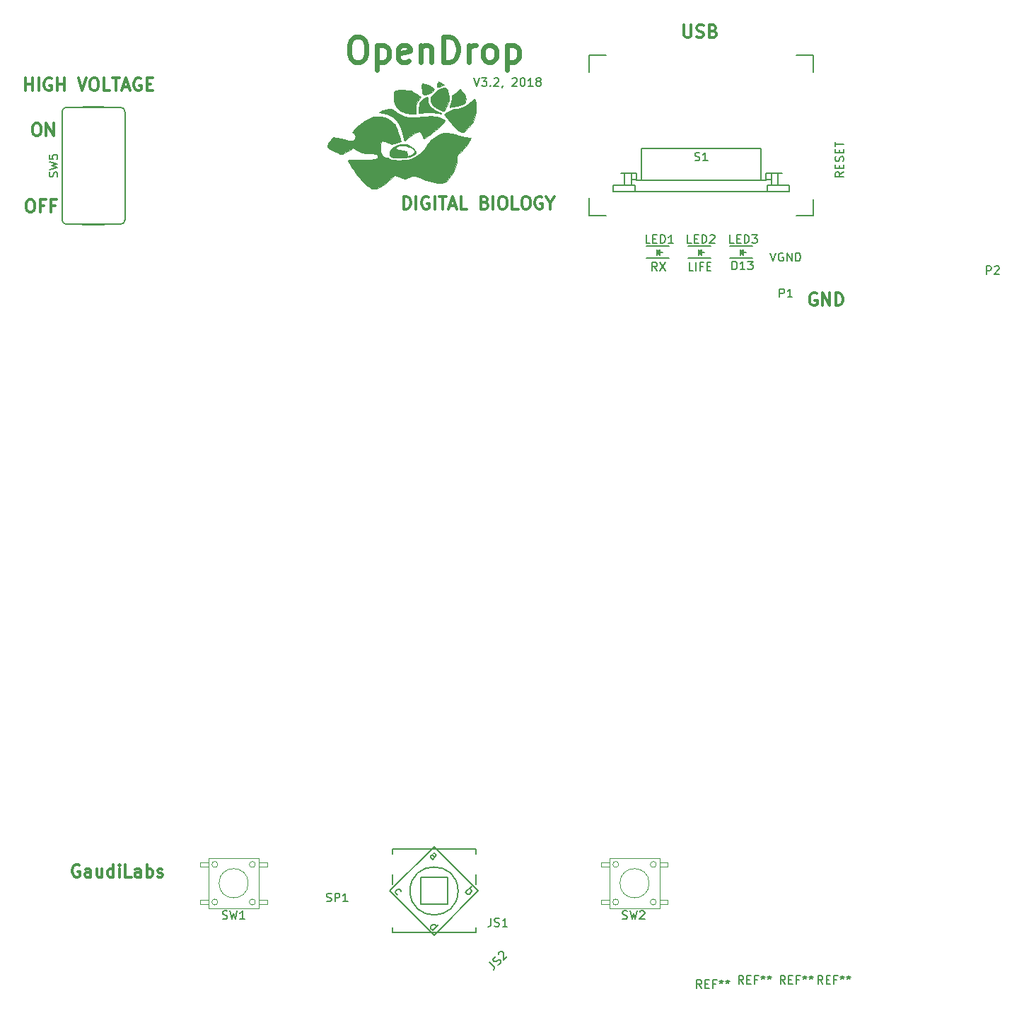
<source format=gbr>
G04 #@! TF.FileFunction,Legend,Top*
%FSLAX46Y46*%
G04 Gerber Fmt 4.6, Leading zero omitted, Abs format (unit mm)*
G04 Created by KiCad (PCBNEW 4.0.7-e2-6376~58~ubuntu16.04.1) date Mon Aug 20 17:04:09 2018*
%MOMM*%
%LPD*%
G01*
G04 APERTURE LIST*
%ADD10C,0.100000*%
%ADD11C,0.150000*%
%ADD12C,0.200000*%
%ADD13C,0.300000*%
%ADD14C,0.600000*%
%ADD15C,0.010000*%
%ADD16C,0.050000*%
%ADD17C,0.152400*%
G04 APERTURE END LIST*
D10*
D11*
X149042381Y-50814381D02*
X148566190Y-51147715D01*
X149042381Y-51385810D02*
X148042381Y-51385810D01*
X148042381Y-51004857D01*
X148090000Y-50909619D01*
X148137619Y-50862000D01*
X148232857Y-50814381D01*
X148375714Y-50814381D01*
X148470952Y-50862000D01*
X148518571Y-50909619D01*
X148566190Y-51004857D01*
X148566190Y-51385810D01*
X148518571Y-50385810D02*
X148518571Y-50052476D01*
X149042381Y-49909619D02*
X149042381Y-50385810D01*
X148042381Y-50385810D01*
X148042381Y-49909619D01*
X148994762Y-49528667D02*
X149042381Y-49385810D01*
X149042381Y-49147714D01*
X148994762Y-49052476D01*
X148947143Y-49004857D01*
X148851905Y-48957238D01*
X148756667Y-48957238D01*
X148661429Y-49004857D01*
X148613810Y-49052476D01*
X148566190Y-49147714D01*
X148518571Y-49338191D01*
X148470952Y-49433429D01*
X148423333Y-49481048D01*
X148328095Y-49528667D01*
X148232857Y-49528667D01*
X148137619Y-49481048D01*
X148090000Y-49433429D01*
X148042381Y-49338191D01*
X148042381Y-49100095D01*
X148090000Y-48957238D01*
X148518571Y-48528667D02*
X148518571Y-48195333D01*
X149042381Y-48052476D02*
X149042381Y-48528667D01*
X148042381Y-48528667D01*
X148042381Y-48052476D01*
X148042381Y-47766762D02*
X148042381Y-47195333D01*
X149042381Y-47481048D02*
X148042381Y-47481048D01*
D12*
X140255857Y-60498381D02*
X140589190Y-61498381D01*
X140922524Y-60498381D01*
X141779667Y-60546000D02*
X141684429Y-60498381D01*
X141541572Y-60498381D01*
X141398714Y-60546000D01*
X141303476Y-60641238D01*
X141255857Y-60736476D01*
X141208238Y-60926952D01*
X141208238Y-61069810D01*
X141255857Y-61260286D01*
X141303476Y-61355524D01*
X141398714Y-61450762D01*
X141541572Y-61498381D01*
X141636810Y-61498381D01*
X141779667Y-61450762D01*
X141827286Y-61403143D01*
X141827286Y-61069810D01*
X141636810Y-61069810D01*
X142255857Y-61498381D02*
X142255857Y-60498381D01*
X142827286Y-61498381D01*
X142827286Y-60498381D01*
X143303476Y-61498381D02*
X143303476Y-60498381D01*
X143541571Y-60498381D01*
X143684429Y-60546000D01*
X143779667Y-60641238D01*
X143827286Y-60736476D01*
X143874905Y-60926952D01*
X143874905Y-61069810D01*
X143827286Y-61260286D01*
X143779667Y-61355524D01*
X143684429Y-61450762D01*
X143541571Y-61498381D01*
X143303476Y-61498381D01*
X135691714Y-62514381D02*
X135691714Y-61514381D01*
X135929809Y-61514381D01*
X136072667Y-61562000D01*
X136167905Y-61657238D01*
X136215524Y-61752476D01*
X136263143Y-61942952D01*
X136263143Y-62085810D01*
X136215524Y-62276286D01*
X136167905Y-62371524D01*
X136072667Y-62466762D01*
X135929809Y-62514381D01*
X135691714Y-62514381D01*
X137215524Y-62514381D02*
X136644095Y-62514381D01*
X136929809Y-62514381D02*
X136929809Y-61514381D01*
X136834571Y-61657238D01*
X136739333Y-61752476D01*
X136644095Y-61800095D01*
X137548857Y-61514381D02*
X138167905Y-61514381D01*
X137834571Y-61895333D01*
X137977429Y-61895333D01*
X138072667Y-61942952D01*
X138120286Y-61990571D01*
X138167905Y-62085810D01*
X138167905Y-62323905D01*
X138120286Y-62419143D01*
X138072667Y-62466762D01*
X137977429Y-62514381D01*
X137691714Y-62514381D01*
X137596476Y-62466762D01*
X137548857Y-62419143D01*
X131016477Y-62641381D02*
X130540286Y-62641381D01*
X130540286Y-61641381D01*
X131349810Y-62641381D02*
X131349810Y-61641381D01*
X132159334Y-62117571D02*
X131826000Y-62117571D01*
X131826000Y-62641381D02*
X131826000Y-61641381D01*
X132302191Y-61641381D01*
X132683143Y-62117571D02*
X133016477Y-62117571D01*
X133159334Y-62641381D02*
X132683143Y-62641381D01*
X132683143Y-61641381D01*
X133159334Y-61641381D01*
D13*
X129933143Y-33214571D02*
X129933143Y-34428857D01*
X130004571Y-34571714D01*
X130076000Y-34643143D01*
X130218857Y-34714571D01*
X130504571Y-34714571D01*
X130647429Y-34643143D01*
X130718857Y-34571714D01*
X130790286Y-34428857D01*
X130790286Y-33214571D01*
X131433143Y-34643143D02*
X131647429Y-34714571D01*
X132004572Y-34714571D01*
X132147429Y-34643143D01*
X132218858Y-34571714D01*
X132290286Y-34428857D01*
X132290286Y-34286000D01*
X132218858Y-34143143D01*
X132147429Y-34071714D01*
X132004572Y-34000286D01*
X131718858Y-33928857D01*
X131576000Y-33857429D01*
X131504572Y-33786000D01*
X131433143Y-33643143D01*
X131433143Y-33500286D01*
X131504572Y-33357429D01*
X131576000Y-33286000D01*
X131718858Y-33214571D01*
X132076000Y-33214571D01*
X132290286Y-33286000D01*
X133433143Y-33928857D02*
X133647429Y-34000286D01*
X133718857Y-34071714D01*
X133790286Y-34214571D01*
X133790286Y-34428857D01*
X133718857Y-34571714D01*
X133647429Y-34643143D01*
X133504571Y-34714571D01*
X132933143Y-34714571D01*
X132933143Y-33214571D01*
X133433143Y-33214571D01*
X133576000Y-33286000D01*
X133647429Y-33357429D01*
X133718857Y-33500286D01*
X133718857Y-33643143D01*
X133647429Y-33786000D01*
X133576000Y-33857429D01*
X133433143Y-33928857D01*
X132933143Y-33928857D01*
X57531571Y-133829000D02*
X57388714Y-133757571D01*
X57174428Y-133757571D01*
X56960143Y-133829000D01*
X56817285Y-133971857D01*
X56745857Y-134114714D01*
X56674428Y-134400429D01*
X56674428Y-134614714D01*
X56745857Y-134900429D01*
X56817285Y-135043286D01*
X56960143Y-135186143D01*
X57174428Y-135257571D01*
X57317285Y-135257571D01*
X57531571Y-135186143D01*
X57603000Y-135114714D01*
X57603000Y-134614714D01*
X57317285Y-134614714D01*
X58888714Y-135257571D02*
X58888714Y-134471857D01*
X58817285Y-134329000D01*
X58674428Y-134257571D01*
X58388714Y-134257571D01*
X58245857Y-134329000D01*
X58888714Y-135186143D02*
X58745857Y-135257571D01*
X58388714Y-135257571D01*
X58245857Y-135186143D01*
X58174428Y-135043286D01*
X58174428Y-134900429D01*
X58245857Y-134757571D01*
X58388714Y-134686143D01*
X58745857Y-134686143D01*
X58888714Y-134614714D01*
X60245857Y-134257571D02*
X60245857Y-135257571D01*
X59603000Y-134257571D02*
X59603000Y-135043286D01*
X59674428Y-135186143D01*
X59817286Y-135257571D01*
X60031571Y-135257571D01*
X60174428Y-135186143D01*
X60245857Y-135114714D01*
X61603000Y-135257571D02*
X61603000Y-133757571D01*
X61603000Y-135186143D02*
X61460143Y-135257571D01*
X61174429Y-135257571D01*
X61031571Y-135186143D01*
X60960143Y-135114714D01*
X60888714Y-134971857D01*
X60888714Y-134543286D01*
X60960143Y-134400429D01*
X61031571Y-134329000D01*
X61174429Y-134257571D01*
X61460143Y-134257571D01*
X61603000Y-134329000D01*
X62317286Y-135257571D02*
X62317286Y-134257571D01*
X62317286Y-133757571D02*
X62245857Y-133829000D01*
X62317286Y-133900429D01*
X62388714Y-133829000D01*
X62317286Y-133757571D01*
X62317286Y-133900429D01*
X63745858Y-135257571D02*
X63031572Y-135257571D01*
X63031572Y-133757571D01*
X64888715Y-135257571D02*
X64888715Y-134471857D01*
X64817286Y-134329000D01*
X64674429Y-134257571D01*
X64388715Y-134257571D01*
X64245858Y-134329000D01*
X64888715Y-135186143D02*
X64745858Y-135257571D01*
X64388715Y-135257571D01*
X64245858Y-135186143D01*
X64174429Y-135043286D01*
X64174429Y-134900429D01*
X64245858Y-134757571D01*
X64388715Y-134686143D01*
X64745858Y-134686143D01*
X64888715Y-134614714D01*
X65603001Y-135257571D02*
X65603001Y-133757571D01*
X65603001Y-134329000D02*
X65745858Y-134257571D01*
X66031572Y-134257571D01*
X66174429Y-134329000D01*
X66245858Y-134400429D01*
X66317287Y-134543286D01*
X66317287Y-134971857D01*
X66245858Y-135114714D01*
X66174429Y-135186143D01*
X66031572Y-135257571D01*
X65745858Y-135257571D01*
X65603001Y-135186143D01*
X66888715Y-135186143D02*
X67031572Y-135257571D01*
X67317287Y-135257571D01*
X67460144Y-135186143D01*
X67531572Y-135043286D01*
X67531572Y-134971857D01*
X67460144Y-134829000D01*
X67317287Y-134757571D01*
X67103001Y-134757571D01*
X66960144Y-134686143D01*
X66888715Y-134543286D01*
X66888715Y-134471857D01*
X66960144Y-134329000D01*
X67103001Y-134257571D01*
X67317287Y-134257571D01*
X67460144Y-134329000D01*
D12*
X104791381Y-39543381D02*
X105124714Y-40543381D01*
X105458048Y-39543381D01*
X105696143Y-39543381D02*
X106315191Y-39543381D01*
X105981857Y-39924333D01*
X106124715Y-39924333D01*
X106219953Y-39971952D01*
X106267572Y-40019571D01*
X106315191Y-40114810D01*
X106315191Y-40352905D01*
X106267572Y-40448143D01*
X106219953Y-40495762D01*
X106124715Y-40543381D01*
X105839000Y-40543381D01*
X105743762Y-40495762D01*
X105696143Y-40448143D01*
X106743762Y-40448143D02*
X106791381Y-40495762D01*
X106743762Y-40543381D01*
X106696143Y-40495762D01*
X106743762Y-40448143D01*
X106743762Y-40543381D01*
X107172333Y-39638619D02*
X107219952Y-39591000D01*
X107315190Y-39543381D01*
X107553286Y-39543381D01*
X107648524Y-39591000D01*
X107696143Y-39638619D01*
X107743762Y-39733857D01*
X107743762Y-39829095D01*
X107696143Y-39971952D01*
X107124714Y-40543381D01*
X107743762Y-40543381D01*
X108219952Y-40495762D02*
X108219952Y-40543381D01*
X108172333Y-40638619D01*
X108124714Y-40686238D01*
X109362809Y-39638619D02*
X109410428Y-39591000D01*
X109505666Y-39543381D01*
X109743762Y-39543381D01*
X109839000Y-39591000D01*
X109886619Y-39638619D01*
X109934238Y-39733857D01*
X109934238Y-39829095D01*
X109886619Y-39971952D01*
X109315190Y-40543381D01*
X109934238Y-40543381D01*
X110553285Y-39543381D02*
X110648524Y-39543381D01*
X110743762Y-39591000D01*
X110791381Y-39638619D01*
X110839000Y-39733857D01*
X110886619Y-39924333D01*
X110886619Y-40162429D01*
X110839000Y-40352905D01*
X110791381Y-40448143D01*
X110743762Y-40495762D01*
X110648524Y-40543381D01*
X110553285Y-40543381D01*
X110458047Y-40495762D01*
X110410428Y-40448143D01*
X110362809Y-40352905D01*
X110315190Y-40162429D01*
X110315190Y-39924333D01*
X110362809Y-39733857D01*
X110410428Y-39638619D01*
X110458047Y-39591000D01*
X110553285Y-39543381D01*
X111839000Y-40543381D02*
X111267571Y-40543381D01*
X111553285Y-40543381D02*
X111553285Y-39543381D01*
X111458047Y-39686238D01*
X111362809Y-39781476D01*
X111267571Y-39829095D01*
X112410428Y-39971952D02*
X112315190Y-39924333D01*
X112267571Y-39876714D01*
X112219952Y-39781476D01*
X112219952Y-39733857D01*
X112267571Y-39638619D01*
X112315190Y-39591000D01*
X112410428Y-39543381D01*
X112600905Y-39543381D01*
X112696143Y-39591000D01*
X112743762Y-39638619D01*
X112791381Y-39733857D01*
X112791381Y-39781476D01*
X112743762Y-39876714D01*
X112696143Y-39924333D01*
X112600905Y-39971952D01*
X112410428Y-39971952D01*
X112315190Y-40019571D01*
X112267571Y-40067190D01*
X112219952Y-40162429D01*
X112219952Y-40352905D01*
X112267571Y-40448143D01*
X112315190Y-40495762D01*
X112410428Y-40543381D01*
X112600905Y-40543381D01*
X112696143Y-40495762D01*
X112743762Y-40448143D01*
X112791381Y-40352905D01*
X112791381Y-40162429D01*
X112743762Y-40067190D01*
X112696143Y-40019571D01*
X112600905Y-39971952D01*
D13*
X145796143Y-65376000D02*
X145653286Y-65304571D01*
X145439000Y-65304571D01*
X145224715Y-65376000D01*
X145081857Y-65518857D01*
X145010429Y-65661714D01*
X144939000Y-65947429D01*
X144939000Y-66161714D01*
X145010429Y-66447429D01*
X145081857Y-66590286D01*
X145224715Y-66733143D01*
X145439000Y-66804571D01*
X145581857Y-66804571D01*
X145796143Y-66733143D01*
X145867572Y-66661714D01*
X145867572Y-66161714D01*
X145581857Y-66161714D01*
X146510429Y-66804571D02*
X146510429Y-65304571D01*
X147367572Y-66804571D01*
X147367572Y-65304571D01*
X148081858Y-66804571D02*
X148081858Y-65304571D01*
X148439001Y-65304571D01*
X148653286Y-65376000D01*
X148796144Y-65518857D01*
X148867572Y-65661714D01*
X148939001Y-65947429D01*
X148939001Y-66161714D01*
X148867572Y-66447429D01*
X148796144Y-66590286D01*
X148653286Y-66733143D01*
X148439001Y-66804571D01*
X148081858Y-66804571D01*
D12*
X126706334Y-62641381D02*
X126373000Y-62165190D01*
X126134905Y-62641381D02*
X126134905Y-61641381D01*
X126515858Y-61641381D01*
X126611096Y-61689000D01*
X126658715Y-61736619D01*
X126706334Y-61831857D01*
X126706334Y-61974714D01*
X126658715Y-62069952D01*
X126611096Y-62117571D01*
X126515858Y-62165190D01*
X126134905Y-62165190D01*
X127039667Y-61641381D02*
X127706334Y-62641381D01*
X127706334Y-61641381D02*
X127039667Y-62641381D01*
D13*
X51530429Y-54128571D02*
X51816143Y-54128571D01*
X51959001Y-54200000D01*
X52101858Y-54342857D01*
X52173286Y-54628571D01*
X52173286Y-55128571D01*
X52101858Y-55414286D01*
X51959001Y-55557143D01*
X51816143Y-55628571D01*
X51530429Y-55628571D01*
X51387572Y-55557143D01*
X51244715Y-55414286D01*
X51173286Y-55128571D01*
X51173286Y-54628571D01*
X51244715Y-54342857D01*
X51387572Y-54200000D01*
X51530429Y-54128571D01*
X53316144Y-54842857D02*
X52816144Y-54842857D01*
X52816144Y-55628571D02*
X52816144Y-54128571D01*
X53530430Y-54128571D01*
X54601858Y-54842857D02*
X54101858Y-54842857D01*
X54101858Y-55628571D02*
X54101858Y-54128571D01*
X54816144Y-54128571D01*
X52284428Y-44984571D02*
X52570142Y-44984571D01*
X52713000Y-45056000D01*
X52855857Y-45198857D01*
X52927285Y-45484571D01*
X52927285Y-45984571D01*
X52855857Y-46270286D01*
X52713000Y-46413143D01*
X52570142Y-46484571D01*
X52284428Y-46484571D01*
X52141571Y-46413143D01*
X51998714Y-46270286D01*
X51927285Y-45984571D01*
X51927285Y-45484571D01*
X51998714Y-45198857D01*
X52141571Y-45056000D01*
X52284428Y-44984571D01*
X53570143Y-46484571D02*
X53570143Y-44984571D01*
X54427286Y-46484571D01*
X54427286Y-44984571D01*
X51102571Y-41064571D02*
X51102571Y-39564571D01*
X51102571Y-40278857D02*
X51959714Y-40278857D01*
X51959714Y-41064571D02*
X51959714Y-39564571D01*
X52674000Y-41064571D02*
X52674000Y-39564571D01*
X54174000Y-39636000D02*
X54031143Y-39564571D01*
X53816857Y-39564571D01*
X53602572Y-39636000D01*
X53459714Y-39778857D01*
X53388286Y-39921714D01*
X53316857Y-40207429D01*
X53316857Y-40421714D01*
X53388286Y-40707429D01*
X53459714Y-40850286D01*
X53602572Y-40993143D01*
X53816857Y-41064571D01*
X53959714Y-41064571D01*
X54174000Y-40993143D01*
X54245429Y-40921714D01*
X54245429Y-40421714D01*
X53959714Y-40421714D01*
X54888286Y-41064571D02*
X54888286Y-39564571D01*
X54888286Y-40278857D02*
X55745429Y-40278857D01*
X55745429Y-41064571D02*
X55745429Y-39564571D01*
X57388286Y-39564571D02*
X57888286Y-41064571D01*
X58388286Y-39564571D01*
X59174000Y-39564571D02*
X59459714Y-39564571D01*
X59602572Y-39636000D01*
X59745429Y-39778857D01*
X59816857Y-40064571D01*
X59816857Y-40564571D01*
X59745429Y-40850286D01*
X59602572Y-40993143D01*
X59459714Y-41064571D01*
X59174000Y-41064571D01*
X59031143Y-40993143D01*
X58888286Y-40850286D01*
X58816857Y-40564571D01*
X58816857Y-40064571D01*
X58888286Y-39778857D01*
X59031143Y-39636000D01*
X59174000Y-39564571D01*
X61174001Y-41064571D02*
X60459715Y-41064571D01*
X60459715Y-39564571D01*
X61459715Y-39564571D02*
X62316858Y-39564571D01*
X61888287Y-41064571D02*
X61888287Y-39564571D01*
X62745429Y-40636000D02*
X63459715Y-40636000D01*
X62602572Y-41064571D02*
X63102572Y-39564571D01*
X63602572Y-41064571D01*
X64888286Y-39636000D02*
X64745429Y-39564571D01*
X64531143Y-39564571D01*
X64316858Y-39636000D01*
X64174000Y-39778857D01*
X64102572Y-39921714D01*
X64031143Y-40207429D01*
X64031143Y-40421714D01*
X64102572Y-40707429D01*
X64174000Y-40850286D01*
X64316858Y-40993143D01*
X64531143Y-41064571D01*
X64674000Y-41064571D01*
X64888286Y-40993143D01*
X64959715Y-40921714D01*
X64959715Y-40421714D01*
X64674000Y-40421714D01*
X65602572Y-40278857D02*
X66102572Y-40278857D01*
X66316858Y-41064571D02*
X65602572Y-41064571D01*
X65602572Y-39564571D01*
X66316858Y-39564571D01*
D14*
X90571428Y-34638143D02*
X91142857Y-34638143D01*
X91428571Y-34781000D01*
X91714285Y-35066714D01*
X91857143Y-35638143D01*
X91857143Y-36638143D01*
X91714285Y-37209571D01*
X91428571Y-37495286D01*
X91142857Y-37638143D01*
X90571428Y-37638143D01*
X90285714Y-37495286D01*
X90000000Y-37209571D01*
X89857143Y-36638143D01*
X89857143Y-35638143D01*
X90000000Y-35066714D01*
X90285714Y-34781000D01*
X90571428Y-34638143D01*
X93142857Y-35638143D02*
X93142857Y-38638143D01*
X93142857Y-35781000D02*
X93428571Y-35638143D01*
X94000000Y-35638143D01*
X94285714Y-35781000D01*
X94428571Y-35923857D01*
X94571428Y-36209571D01*
X94571428Y-37066714D01*
X94428571Y-37352429D01*
X94285714Y-37495286D01*
X94000000Y-37638143D01*
X93428571Y-37638143D01*
X93142857Y-37495286D01*
X97000000Y-37495286D02*
X96714286Y-37638143D01*
X96142857Y-37638143D01*
X95857143Y-37495286D01*
X95714286Y-37209571D01*
X95714286Y-36066714D01*
X95857143Y-35781000D01*
X96142857Y-35638143D01*
X96714286Y-35638143D01*
X97000000Y-35781000D01*
X97142857Y-36066714D01*
X97142857Y-36352429D01*
X95714286Y-36638143D01*
X98428572Y-35638143D02*
X98428572Y-37638143D01*
X98428572Y-35923857D02*
X98571429Y-35781000D01*
X98857143Y-35638143D01*
X99285715Y-35638143D01*
X99571429Y-35781000D01*
X99714286Y-36066714D01*
X99714286Y-37638143D01*
X101142858Y-37638143D02*
X101142858Y-34638143D01*
X101857143Y-34638143D01*
X102285715Y-34781000D01*
X102571429Y-35066714D01*
X102714286Y-35352429D01*
X102857143Y-35923857D01*
X102857143Y-36352429D01*
X102714286Y-36923857D01*
X102571429Y-37209571D01*
X102285715Y-37495286D01*
X101857143Y-37638143D01*
X101142858Y-37638143D01*
X104142858Y-37638143D02*
X104142858Y-35638143D01*
X104142858Y-36209571D02*
X104285715Y-35923857D01*
X104428572Y-35781000D01*
X104714286Y-35638143D01*
X105000001Y-35638143D01*
X106428572Y-37638143D02*
X106142858Y-37495286D01*
X106000001Y-37352429D01*
X105857144Y-37066714D01*
X105857144Y-36209571D01*
X106000001Y-35923857D01*
X106142858Y-35781000D01*
X106428572Y-35638143D01*
X106857144Y-35638143D01*
X107142858Y-35781000D01*
X107285715Y-35923857D01*
X107428572Y-36209571D01*
X107428572Y-37066714D01*
X107285715Y-37352429D01*
X107142858Y-37495286D01*
X106857144Y-37638143D01*
X106428572Y-37638143D01*
X108714287Y-35638143D02*
X108714287Y-38638143D01*
X108714287Y-35781000D02*
X109000001Y-35638143D01*
X109571430Y-35638143D01*
X109857144Y-35781000D01*
X110000001Y-35923857D01*
X110142858Y-36209571D01*
X110142858Y-37066714D01*
X110000001Y-37352429D01*
X109857144Y-37495286D01*
X109571430Y-37638143D01*
X109000001Y-37638143D01*
X108714287Y-37495286D01*
D13*
X96354428Y-55247571D02*
X96354428Y-53747571D01*
X96711571Y-53747571D01*
X96925856Y-53819000D01*
X97068714Y-53961857D01*
X97140142Y-54104714D01*
X97211571Y-54390429D01*
X97211571Y-54604714D01*
X97140142Y-54890429D01*
X97068714Y-55033286D01*
X96925856Y-55176143D01*
X96711571Y-55247571D01*
X96354428Y-55247571D01*
X97854428Y-55247571D02*
X97854428Y-53747571D01*
X99354428Y-53819000D02*
X99211571Y-53747571D01*
X98997285Y-53747571D01*
X98783000Y-53819000D01*
X98640142Y-53961857D01*
X98568714Y-54104714D01*
X98497285Y-54390429D01*
X98497285Y-54604714D01*
X98568714Y-54890429D01*
X98640142Y-55033286D01*
X98783000Y-55176143D01*
X98997285Y-55247571D01*
X99140142Y-55247571D01*
X99354428Y-55176143D01*
X99425857Y-55104714D01*
X99425857Y-54604714D01*
X99140142Y-54604714D01*
X100068714Y-55247571D02*
X100068714Y-53747571D01*
X100568714Y-53747571D02*
X101425857Y-53747571D01*
X100997286Y-55247571D02*
X100997286Y-53747571D01*
X101854428Y-54819000D02*
X102568714Y-54819000D01*
X101711571Y-55247571D02*
X102211571Y-53747571D01*
X102711571Y-55247571D01*
X103925857Y-55247571D02*
X103211571Y-55247571D01*
X103211571Y-53747571D01*
X106068714Y-54461857D02*
X106283000Y-54533286D01*
X106354428Y-54604714D01*
X106425857Y-54747571D01*
X106425857Y-54961857D01*
X106354428Y-55104714D01*
X106283000Y-55176143D01*
X106140142Y-55247571D01*
X105568714Y-55247571D01*
X105568714Y-53747571D01*
X106068714Y-53747571D01*
X106211571Y-53819000D01*
X106283000Y-53890429D01*
X106354428Y-54033286D01*
X106354428Y-54176143D01*
X106283000Y-54319000D01*
X106211571Y-54390429D01*
X106068714Y-54461857D01*
X105568714Y-54461857D01*
X107068714Y-55247571D02*
X107068714Y-53747571D01*
X108068714Y-53747571D02*
X108354428Y-53747571D01*
X108497286Y-53819000D01*
X108640143Y-53961857D01*
X108711571Y-54247571D01*
X108711571Y-54747571D01*
X108640143Y-55033286D01*
X108497286Y-55176143D01*
X108354428Y-55247571D01*
X108068714Y-55247571D01*
X107925857Y-55176143D01*
X107783000Y-55033286D01*
X107711571Y-54747571D01*
X107711571Y-54247571D01*
X107783000Y-53961857D01*
X107925857Y-53819000D01*
X108068714Y-53747571D01*
X110068715Y-55247571D02*
X109354429Y-55247571D01*
X109354429Y-53747571D01*
X110854429Y-53747571D02*
X111140143Y-53747571D01*
X111283001Y-53819000D01*
X111425858Y-53961857D01*
X111497286Y-54247571D01*
X111497286Y-54747571D01*
X111425858Y-55033286D01*
X111283001Y-55176143D01*
X111140143Y-55247571D01*
X110854429Y-55247571D01*
X110711572Y-55176143D01*
X110568715Y-55033286D01*
X110497286Y-54747571D01*
X110497286Y-54247571D01*
X110568715Y-53961857D01*
X110711572Y-53819000D01*
X110854429Y-53747571D01*
X112925858Y-53819000D02*
X112783001Y-53747571D01*
X112568715Y-53747571D01*
X112354430Y-53819000D01*
X112211572Y-53961857D01*
X112140144Y-54104714D01*
X112068715Y-54390429D01*
X112068715Y-54604714D01*
X112140144Y-54890429D01*
X112211572Y-55033286D01*
X112354430Y-55176143D01*
X112568715Y-55247571D01*
X112711572Y-55247571D01*
X112925858Y-55176143D01*
X112997287Y-55104714D01*
X112997287Y-54604714D01*
X112711572Y-54604714D01*
X113925858Y-54533286D02*
X113925858Y-55247571D01*
X113425858Y-53747571D02*
X113925858Y-54533286D01*
X114425858Y-53747571D01*
D15*
G36*
X100639585Y-40006138D02*
X100788163Y-40086581D01*
X100923026Y-40175785D01*
X101223906Y-40389703D01*
X100820101Y-40526101D01*
X100609382Y-40595253D01*
X100448386Y-40644331D01*
X100373148Y-40662500D01*
X100342111Y-40607636D01*
X100330936Y-40487875D01*
X100359982Y-40301548D01*
X100430541Y-40123704D01*
X100520543Y-40003893D01*
X100555448Y-39983823D01*
X100639585Y-40006138D01*
X100639585Y-40006138D01*
G37*
X100639585Y-40006138D02*
X100788163Y-40086581D01*
X100923026Y-40175785D01*
X101223906Y-40389703D01*
X100820101Y-40526101D01*
X100609382Y-40595253D01*
X100448386Y-40644331D01*
X100373148Y-40662500D01*
X100342111Y-40607636D01*
X100330936Y-40487875D01*
X100359982Y-40301548D01*
X100430541Y-40123704D01*
X100520543Y-40003893D01*
X100555448Y-39983823D01*
X100639585Y-40006138D01*
G36*
X98821389Y-40257366D02*
X99036131Y-40307818D01*
X99260880Y-40375955D01*
X99459304Y-40452887D01*
X99504500Y-40474441D01*
X99698810Y-40596271D01*
X99870018Y-40740370D01*
X99879730Y-40750544D01*
X100032710Y-40914448D01*
X99725997Y-41185349D01*
X99462143Y-41383071D01*
X99221889Y-41482459D01*
X99160266Y-41494134D01*
X98968617Y-41529388D01*
X98819104Y-41569155D01*
X98796486Y-41577862D01*
X98717479Y-41580423D01*
X98652708Y-41492440D01*
X98610167Y-41381227D01*
X98572210Y-41212582D01*
X98544851Y-40985891D01*
X98529496Y-40738375D01*
X98527552Y-40507255D01*
X98540424Y-40329751D01*
X98567248Y-40245084D01*
X98652984Y-40233491D01*
X98821389Y-40257366D01*
X98821389Y-40257366D01*
G37*
X98821389Y-40257366D02*
X99036131Y-40307818D01*
X99260880Y-40375955D01*
X99459304Y-40452887D01*
X99504500Y-40474441D01*
X99698810Y-40596271D01*
X99870018Y-40740370D01*
X99879730Y-40750544D01*
X100032710Y-40914448D01*
X99725997Y-41185349D01*
X99462143Y-41383071D01*
X99221889Y-41482459D01*
X99160266Y-41494134D01*
X98968617Y-41529388D01*
X98819104Y-41569155D01*
X98796486Y-41577862D01*
X98717479Y-41580423D01*
X98652708Y-41492440D01*
X98610167Y-41381227D01*
X98572210Y-41212582D01*
X98544851Y-40985891D01*
X98529496Y-40738375D01*
X98527552Y-40507255D01*
X98540424Y-40329751D01*
X98567248Y-40245084D01*
X98652984Y-40233491D01*
X98821389Y-40257366D01*
G36*
X103359911Y-41139358D02*
X103618027Y-41477048D01*
X103766620Y-41778423D01*
X103810975Y-42061468D01*
X103756377Y-42344168D01*
X103732252Y-42406572D01*
X103649368Y-42553144D01*
X103525896Y-42666189D01*
X103340696Y-42755686D01*
X103072627Y-42831617D01*
X102700550Y-42903965D01*
X102666567Y-42909743D01*
X102390282Y-42958674D01*
X102153353Y-43004854D01*
X101989264Y-43041549D01*
X101941168Y-43055637D01*
X101865486Y-43067627D01*
X101874335Y-42995543D01*
X101882358Y-42975399D01*
X102037641Y-42498286D01*
X102105722Y-42044920D01*
X102108000Y-41955010D01*
X102113164Y-41756238D01*
X102142521Y-41643529D01*
X102216860Y-41575990D01*
X102326415Y-41525444D01*
X102493276Y-41431479D01*
X102696902Y-41283758D01*
X102842203Y-41160076D01*
X103139576Y-40885967D01*
X103359911Y-41139358D01*
X103359911Y-41139358D01*
G37*
X103359911Y-41139358D02*
X103618027Y-41477048D01*
X103766620Y-41778423D01*
X103810975Y-42061468D01*
X103756377Y-42344168D01*
X103732252Y-42406572D01*
X103649368Y-42553144D01*
X103525896Y-42666189D01*
X103340696Y-42755686D01*
X103072627Y-42831617D01*
X102700550Y-42903965D01*
X102666567Y-42909743D01*
X102390282Y-42958674D01*
X102153353Y-43004854D01*
X101989264Y-43041549D01*
X101941168Y-43055637D01*
X101865486Y-43067627D01*
X101874335Y-42995543D01*
X101882358Y-42975399D01*
X102037641Y-42498286D01*
X102105722Y-42044920D01*
X102108000Y-41955010D01*
X102113164Y-41756238D01*
X102142521Y-41643529D01*
X102216860Y-41575990D01*
X102326415Y-41525444D01*
X102493276Y-41431479D01*
X102696902Y-41283758D01*
X102842203Y-41160076D01*
X103139576Y-40885967D01*
X103359911Y-41139358D01*
G36*
X101437067Y-40757035D02*
X101504143Y-40844775D01*
X101585322Y-41023455D01*
X101586817Y-41026930D01*
X101740238Y-41447729D01*
X101808471Y-41811992D01*
X101796969Y-42152142D01*
X101786596Y-42214698D01*
X101730431Y-42424952D01*
X101638502Y-42673579D01*
X101524820Y-42932007D01*
X101403395Y-43171666D01*
X101288238Y-43363985D01*
X101193361Y-43480394D01*
X101155500Y-43501632D01*
X101039977Y-43487227D01*
X100866701Y-43434989D01*
X100806250Y-43411800D01*
X100525236Y-43274961D01*
X100227690Y-43093706D01*
X99956072Y-42896684D01*
X99752843Y-42712545D01*
X99727767Y-42684128D01*
X99600373Y-42440970D01*
X99565647Y-42151002D01*
X99624816Y-41855547D01*
X99698685Y-41704287D01*
X99901748Y-41460444D01*
X100192519Y-41219444D01*
X100533441Y-41005039D01*
X100886953Y-40840980D01*
X101203169Y-40752916D01*
X101348580Y-40734870D01*
X101437067Y-40757035D01*
X101437067Y-40757035D01*
G37*
X101437067Y-40757035D02*
X101504143Y-40844775D01*
X101585322Y-41023455D01*
X101586817Y-41026930D01*
X101740238Y-41447729D01*
X101808471Y-41811992D01*
X101796969Y-42152142D01*
X101786596Y-42214698D01*
X101730431Y-42424952D01*
X101638502Y-42673579D01*
X101524820Y-42932007D01*
X101403395Y-43171666D01*
X101288238Y-43363985D01*
X101193361Y-43480394D01*
X101155500Y-43501632D01*
X101039977Y-43487227D01*
X100866701Y-43434989D01*
X100806250Y-43411800D01*
X100525236Y-43274961D01*
X100227690Y-43093706D01*
X99956072Y-42896684D01*
X99752843Y-42712545D01*
X99727767Y-42684128D01*
X99600373Y-42440970D01*
X99565647Y-42151002D01*
X99624816Y-41855547D01*
X99698685Y-41704287D01*
X99901748Y-41460444D01*
X100192519Y-41219444D01*
X100533441Y-41005039D01*
X100886953Y-40840980D01*
X101203169Y-40752916D01*
X101348580Y-40734870D01*
X101437067Y-40757035D01*
G36*
X99212427Y-41847023D02*
X99245272Y-41972603D01*
X99250500Y-42125529D01*
X99294907Y-42477074D01*
X99433717Y-42788999D01*
X99675316Y-43071404D01*
X100028088Y-43334388D01*
X100441125Y-43559699D01*
X100709297Y-43694580D01*
X100860230Y-43783474D01*
X100894349Y-43828190D01*
X100812077Y-43830538D01*
X100613839Y-43792325D01*
X100488750Y-43762827D01*
X100266543Y-43727883D01*
X99954865Y-43703960D01*
X99590818Y-43691685D01*
X99211506Y-43691685D01*
X98854031Y-43704590D01*
X98561613Y-43730236D01*
X98158477Y-43781723D01*
X98180613Y-43179115D01*
X98203221Y-42831614D01*
X98252515Y-42577336D01*
X98345363Y-42382884D01*
X98498632Y-42214859D01*
X98729189Y-42039867D01*
X98770121Y-42011875D01*
X98992359Y-41870801D01*
X99133959Y-41814470D01*
X99212427Y-41847023D01*
X99212427Y-41847023D01*
G37*
X99212427Y-41847023D02*
X99245272Y-41972603D01*
X99250500Y-42125529D01*
X99294907Y-42477074D01*
X99433717Y-42788999D01*
X99675316Y-43071404D01*
X100028088Y-43334388D01*
X100441125Y-43559699D01*
X100709297Y-43694580D01*
X100860230Y-43783474D01*
X100894349Y-43828190D01*
X100812077Y-43830538D01*
X100613839Y-43792325D01*
X100488750Y-43762827D01*
X100266543Y-43727883D01*
X99954865Y-43703960D01*
X99590818Y-43691685D01*
X99211506Y-43691685D01*
X98854031Y-43704590D01*
X98561613Y-43730236D01*
X98158477Y-43781723D01*
X98180613Y-43179115D01*
X98203221Y-42831614D01*
X98252515Y-42577336D01*
X98345363Y-42382884D01*
X98498632Y-42214859D01*
X98729189Y-42039867D01*
X98770121Y-42011875D01*
X98992359Y-41870801D01*
X99133959Y-41814470D01*
X99212427Y-41847023D01*
G36*
X96430152Y-40996634D02*
X96750822Y-41014199D01*
X96989213Y-41043668D01*
X97190021Y-41094484D01*
X97397941Y-41176091D01*
X97499948Y-41222665D01*
X97755634Y-41353779D01*
X98002963Y-41499471D01*
X98177397Y-41620066D01*
X98425453Y-41816531D01*
X98205112Y-42073950D01*
X97962293Y-42445561D01*
X97828083Y-42870776D01*
X97799193Y-43360376D01*
X97801084Y-43398306D01*
X97825901Y-43837500D01*
X97347575Y-43831121D01*
X97074489Y-43820227D01*
X96817163Y-43797777D01*
X96631024Y-43768616D01*
X96630138Y-43768408D01*
X96222644Y-43622313D01*
X95857214Y-43395991D01*
X95558154Y-43110232D01*
X95349768Y-42785828D01*
X95288623Y-42620846D01*
X95202410Y-42239373D01*
X95154804Y-41864662D01*
X95149609Y-41537877D01*
X95172440Y-41363167D01*
X95221326Y-41219485D01*
X95310818Y-41132361D01*
X95481055Y-41065010D01*
X95506159Y-41057312D01*
X95793030Y-41006413D01*
X96196267Y-40991160D01*
X96430152Y-40996634D01*
X96430152Y-40996634D01*
G37*
X96430152Y-40996634D02*
X96750822Y-41014199D01*
X96989213Y-41043668D01*
X97190021Y-41094484D01*
X97397941Y-41176091D01*
X97499948Y-41222665D01*
X97755634Y-41353779D01*
X98002963Y-41499471D01*
X98177397Y-41620066D01*
X98425453Y-41816531D01*
X98205112Y-42073950D01*
X97962293Y-42445561D01*
X97828083Y-42870776D01*
X97799193Y-43360376D01*
X97801084Y-43398306D01*
X97825901Y-43837500D01*
X97347575Y-43831121D01*
X97074489Y-43820227D01*
X96817163Y-43797777D01*
X96631024Y-43768616D01*
X96630138Y-43768408D01*
X96222644Y-43622313D01*
X95857214Y-43395991D01*
X95558154Y-43110232D01*
X95349768Y-42785828D01*
X95288623Y-42620846D01*
X95202410Y-42239373D01*
X95154804Y-41864662D01*
X95149609Y-41537877D01*
X95172440Y-41363167D01*
X95221326Y-41219485D01*
X95310818Y-41132361D01*
X95481055Y-41065010D01*
X95506159Y-41057312D01*
X95793030Y-41006413D01*
X96196267Y-40991160D01*
X96430152Y-40996634D01*
G36*
X104859450Y-42059278D02*
X104899488Y-42114306D01*
X104911141Y-42135164D01*
X104948631Y-42261981D01*
X104982147Y-42482923D01*
X105007419Y-42765117D01*
X105016788Y-42948500D01*
X105008754Y-43527172D01*
X104933519Y-44031179D01*
X104783843Y-44497810D01*
X104666319Y-44753716D01*
X104564072Y-44915862D01*
X104405777Y-45121150D01*
X104211760Y-45348047D01*
X104002348Y-45575019D01*
X103797868Y-45780531D01*
X103618646Y-45943049D01*
X103485010Y-46041040D01*
X103433321Y-46059949D01*
X103327496Y-46033194D01*
X103159656Y-45965526D01*
X103073295Y-45924790D01*
X102840756Y-45775138D01*
X102567510Y-45545177D01*
X102280886Y-45261841D01*
X102008208Y-44952060D01*
X101785446Y-44655558D01*
X101629767Y-44439993D01*
X101473067Y-44244936D01*
X101360198Y-44123541D01*
X101187250Y-43963052D01*
X101377750Y-43804101D01*
X101702301Y-43562198D01*
X102019961Y-43396723D01*
X102379395Y-43286395D01*
X102693065Y-43228905D01*
X103187583Y-43127267D01*
X103604363Y-42972204D01*
X103985475Y-42743173D01*
X104372989Y-42419629D01*
X104397592Y-42396546D01*
X104599678Y-42207568D01*
X104730228Y-42095382D01*
X104809924Y-42049461D01*
X104859450Y-42059278D01*
X104859450Y-42059278D01*
G37*
X104859450Y-42059278D02*
X104899488Y-42114306D01*
X104911141Y-42135164D01*
X104948631Y-42261981D01*
X104982147Y-42482923D01*
X105007419Y-42765117D01*
X105016788Y-42948500D01*
X105008754Y-43527172D01*
X104933519Y-44031179D01*
X104783843Y-44497810D01*
X104666319Y-44753716D01*
X104564072Y-44915862D01*
X104405777Y-45121150D01*
X104211760Y-45348047D01*
X104002348Y-45575019D01*
X103797868Y-45780531D01*
X103618646Y-45943049D01*
X103485010Y-46041040D01*
X103433321Y-46059949D01*
X103327496Y-46033194D01*
X103159656Y-45965526D01*
X103073295Y-45924790D01*
X102840756Y-45775138D01*
X102567510Y-45545177D01*
X102280886Y-45261841D01*
X102008208Y-44952060D01*
X101785446Y-44655558D01*
X101629767Y-44439993D01*
X101473067Y-44244936D01*
X101360198Y-44123541D01*
X101187250Y-43963052D01*
X101377750Y-43804101D01*
X101702301Y-43562198D01*
X102019961Y-43396723D01*
X102379395Y-43286395D01*
X102693065Y-43228905D01*
X103187583Y-43127267D01*
X103604363Y-42972204D01*
X103985475Y-42743173D01*
X104372989Y-42419629D01*
X104397592Y-42396546D01*
X104599678Y-42207568D01*
X104730228Y-42095382D01*
X104809924Y-42049461D01*
X104859450Y-42059278D01*
G36*
X94890765Y-43282199D02*
X95161085Y-43413690D01*
X95209067Y-43447897D01*
X95617142Y-43742860D01*
X95961254Y-43961998D01*
X96271354Y-44114983D01*
X96577389Y-44211488D01*
X96909309Y-44261185D01*
X97297062Y-44273747D01*
X97726500Y-44260928D01*
X98097474Y-44239992D01*
X98484713Y-44211824D01*
X98836858Y-44180470D01*
X99056062Y-44156161D01*
X99573687Y-44119907D01*
X100061854Y-44152889D01*
X100072062Y-44154284D01*
X100359774Y-44210903D01*
X100650847Y-44296577D01*
X100915401Y-44399250D01*
X101123559Y-44506865D01*
X101245441Y-44607367D01*
X101260532Y-44633843D01*
X101241898Y-44760160D01*
X101113444Y-44948619D01*
X100875730Y-45198556D01*
X100529319Y-45509305D01*
X100497208Y-45536535D01*
X100188068Y-45792515D01*
X99872494Y-46044633D01*
X99566505Y-46281077D01*
X99286117Y-46490038D01*
X99047349Y-46659706D01*
X98866218Y-46778270D01*
X98758743Y-46833920D01*
X98737329Y-46834132D01*
X98699261Y-46751026D01*
X98645527Y-46591402D01*
X98619941Y-46504500D01*
X98508440Y-46216581D01*
X98368323Y-46048751D01*
X98203050Y-45996500D01*
X98014185Y-46037375D01*
X97761090Y-46149133D01*
X97471883Y-46315476D01*
X97174680Y-46520104D01*
X96897599Y-46746716D01*
X96877675Y-46764820D01*
X96659021Y-46954080D01*
X96509664Y-47058759D01*
X96436473Y-47074227D01*
X96431401Y-47065638D01*
X96404207Y-46968548D01*
X96353459Y-46782559D01*
X96288360Y-46541475D01*
X96261385Y-46441000D01*
X96088642Y-45852478D01*
X95912375Y-45374008D01*
X95723531Y-44988765D01*
X95513057Y-44679922D01*
X95271902Y-44430651D01*
X95112398Y-44305305D01*
X94812988Y-44107069D01*
X94538553Y-43967235D01*
X94236510Y-43863050D01*
X93903467Y-43782219D01*
X93393799Y-43672576D01*
X93850735Y-43461961D01*
X94254777Y-43306135D01*
X94595058Y-43246281D01*
X94890765Y-43282199D01*
X94890765Y-43282199D01*
G37*
X94890765Y-43282199D02*
X95161085Y-43413690D01*
X95209067Y-43447897D01*
X95617142Y-43742860D01*
X95961254Y-43961998D01*
X96271354Y-44114983D01*
X96577389Y-44211488D01*
X96909309Y-44261185D01*
X97297062Y-44273747D01*
X97726500Y-44260928D01*
X98097474Y-44239992D01*
X98484713Y-44211824D01*
X98836858Y-44180470D01*
X99056062Y-44156161D01*
X99573687Y-44119907D01*
X100061854Y-44152889D01*
X100072062Y-44154284D01*
X100359774Y-44210903D01*
X100650847Y-44296577D01*
X100915401Y-44399250D01*
X101123559Y-44506865D01*
X101245441Y-44607367D01*
X101260532Y-44633843D01*
X101241898Y-44760160D01*
X101113444Y-44948619D01*
X100875730Y-45198556D01*
X100529319Y-45509305D01*
X100497208Y-45536535D01*
X100188068Y-45792515D01*
X99872494Y-46044633D01*
X99566505Y-46281077D01*
X99286117Y-46490038D01*
X99047349Y-46659706D01*
X98866218Y-46778270D01*
X98758743Y-46833920D01*
X98737329Y-46834132D01*
X98699261Y-46751026D01*
X98645527Y-46591402D01*
X98619941Y-46504500D01*
X98508440Y-46216581D01*
X98368323Y-46048751D01*
X98203050Y-45996500D01*
X98014185Y-46037375D01*
X97761090Y-46149133D01*
X97471883Y-46315476D01*
X97174680Y-46520104D01*
X96897599Y-46746716D01*
X96877675Y-46764820D01*
X96659021Y-46954080D01*
X96509664Y-47058759D01*
X96436473Y-47074227D01*
X96431401Y-47065638D01*
X96404207Y-46968548D01*
X96353459Y-46782559D01*
X96288360Y-46541475D01*
X96261385Y-46441000D01*
X96088642Y-45852478D01*
X95912375Y-45374008D01*
X95723531Y-44988765D01*
X95513057Y-44679922D01*
X95271902Y-44430651D01*
X95112398Y-44305305D01*
X94812988Y-44107069D01*
X94538553Y-43967235D01*
X94236510Y-43863050D01*
X93903467Y-43782219D01*
X93393799Y-43672576D01*
X93850735Y-43461961D01*
X94254777Y-43306135D01*
X94595058Y-43246281D01*
X94890765Y-43282199D01*
G36*
X96670631Y-47499539D02*
X96748867Y-47521369D01*
X97064953Y-47654124D01*
X97347006Y-47828187D01*
X97578020Y-48026235D01*
X97740990Y-48230942D01*
X97818910Y-48424983D01*
X97796194Y-48588424D01*
X97653248Y-48741140D01*
X97407662Y-48879289D01*
X97083765Y-48991024D01*
X96871448Y-49038719D01*
X96617809Y-49071089D01*
X96295584Y-49091500D01*
X95940197Y-49099995D01*
X95587074Y-49096618D01*
X95271640Y-49081415D01*
X95029321Y-49054429D01*
X94945865Y-49036307D01*
X94755570Y-48928102D01*
X94659087Y-48752513D01*
X94656541Y-48527899D01*
X94748060Y-48272619D01*
X94933769Y-48005031D01*
X94938759Y-47999322D01*
X95023819Y-47929234D01*
X95478360Y-47929234D01*
X95485062Y-47962942D01*
X95518939Y-48043026D01*
X95587449Y-48100804D01*
X95714937Y-48145625D01*
X95925748Y-48186840D01*
X96159152Y-48221858D01*
X96393726Y-48262953D01*
X96583623Y-48310429D01*
X96688563Y-48354171D01*
X96689716Y-48355101D01*
X96744453Y-48460192D01*
X96772876Y-48631279D01*
X96774000Y-48672485D01*
X96780123Y-48830506D01*
X96815731Y-48891799D01*
X96906681Y-48886581D01*
X96948625Y-48876564D01*
X97135615Y-48819791D01*
X97327334Y-48748459D01*
X97523972Y-48621492D01*
X97642198Y-48452104D01*
X97663000Y-48347142D01*
X97610259Y-48241005D01*
X97469401Y-48101011D01*
X97266467Y-47948947D01*
X97027500Y-47806602D01*
X96999798Y-47792304D01*
X96824336Y-47711466D01*
X96666699Y-47666757D01*
X96481723Y-47651054D01*
X96224246Y-47657230D01*
X96163064Y-47660307D01*
X95832962Y-47689830D01*
X95616815Y-47740919D01*
X95502616Y-47818934D01*
X95478360Y-47929234D01*
X95023819Y-47929234D01*
X95198272Y-47785490D01*
X95540356Y-47618262D01*
X95925870Y-47507970D01*
X96315676Y-47464951D01*
X96670631Y-47499539D01*
X96670631Y-47499539D01*
G37*
X96670631Y-47499539D02*
X96748867Y-47521369D01*
X97064953Y-47654124D01*
X97347006Y-47828187D01*
X97578020Y-48026235D01*
X97740990Y-48230942D01*
X97818910Y-48424983D01*
X97796194Y-48588424D01*
X97653248Y-48741140D01*
X97407662Y-48879289D01*
X97083765Y-48991024D01*
X96871448Y-49038719D01*
X96617809Y-49071089D01*
X96295584Y-49091500D01*
X95940197Y-49099995D01*
X95587074Y-49096618D01*
X95271640Y-49081415D01*
X95029321Y-49054429D01*
X94945865Y-49036307D01*
X94755570Y-48928102D01*
X94659087Y-48752513D01*
X94656541Y-48527899D01*
X94748060Y-48272619D01*
X94933769Y-48005031D01*
X94938759Y-47999322D01*
X95023819Y-47929234D01*
X95478360Y-47929234D01*
X95485062Y-47962942D01*
X95518939Y-48043026D01*
X95587449Y-48100804D01*
X95714937Y-48145625D01*
X95925748Y-48186840D01*
X96159152Y-48221858D01*
X96393726Y-48262953D01*
X96583623Y-48310429D01*
X96688563Y-48354171D01*
X96689716Y-48355101D01*
X96744453Y-48460192D01*
X96772876Y-48631279D01*
X96774000Y-48672485D01*
X96780123Y-48830506D01*
X96815731Y-48891799D01*
X96906681Y-48886581D01*
X96948625Y-48876564D01*
X97135615Y-48819791D01*
X97327334Y-48748459D01*
X97523972Y-48621492D01*
X97642198Y-48452104D01*
X97663000Y-48347142D01*
X97610259Y-48241005D01*
X97469401Y-48101011D01*
X97266467Y-47948947D01*
X97027500Y-47806602D01*
X96999798Y-47792304D01*
X96824336Y-47711466D01*
X96666699Y-47666757D01*
X96481723Y-47651054D01*
X96224246Y-47657230D01*
X96163064Y-47660307D01*
X95832962Y-47689830D01*
X95616815Y-47740919D01*
X95502616Y-47818934D01*
X95478360Y-47929234D01*
X95023819Y-47929234D01*
X95198272Y-47785490D01*
X95540356Y-47618262D01*
X95925870Y-47507970D01*
X96315676Y-47464951D01*
X96670631Y-47499539D01*
G36*
X93661175Y-44205626D02*
X94034988Y-44267416D01*
X94145417Y-44300450D01*
X94579927Y-44493792D01*
X94952121Y-44743344D01*
X95230884Y-45028004D01*
X95243545Y-45045167D01*
X95343292Y-45220036D01*
X95464528Y-45489958D01*
X95596805Y-45827069D01*
X95729670Y-46203504D01*
X95852674Y-46591400D01*
X95939344Y-46900379D01*
X96001213Y-47137509D01*
X95737088Y-47208630D01*
X95504873Y-47284390D01*
X95279193Y-47377635D01*
X95250357Y-47391683D01*
X95145370Y-47441070D01*
X95054714Y-47463628D01*
X94948515Y-47455154D01*
X94796900Y-47411445D01*
X94569994Y-47328298D01*
X94435879Y-47277093D01*
X94139247Y-47169237D01*
X93936578Y-47110832D01*
X93806998Y-47097100D01*
X93738025Y-47117423D01*
X93644894Y-47243034D01*
X93585332Y-47462319D01*
X93560669Y-47746109D01*
X93572237Y-48065237D01*
X93621370Y-48390536D01*
X93671132Y-48582046D01*
X93777211Y-48781970D01*
X93945192Y-48958721D01*
X94135690Y-49077630D01*
X94268666Y-49108000D01*
X94415947Y-49137189D01*
X94610073Y-49210809D01*
X94692419Y-49250875D01*
X94811745Y-49307717D01*
X94933724Y-49347225D01*
X95084147Y-49372489D01*
X95288803Y-49386599D01*
X95573481Y-49392643D01*
X95885000Y-49393750D01*
X96307598Y-49389294D01*
X96631924Y-49374232D01*
X96886450Y-49346021D01*
X97099649Y-49302116D01*
X97186750Y-49277461D01*
X97728216Y-49048606D01*
X98241390Y-48707351D01*
X98710743Y-48267656D01*
X99120747Y-47743477D01*
X99377402Y-47308260D01*
X99476474Y-47140668D01*
X99596335Y-47000094D01*
X99765498Y-46859829D01*
X100012475Y-46693162D01*
X100079123Y-46650905D01*
X100492784Y-46412087D01*
X100871884Y-46247482D01*
X101241287Y-46155254D01*
X101625859Y-46133566D01*
X102050465Y-46180580D01*
X102539970Y-46294460D01*
X103002562Y-46434927D01*
X103370061Y-46546450D01*
X103700014Y-46631384D01*
X103962959Y-46682734D01*
X104097937Y-46695000D01*
X104271946Y-46702446D01*
X104378398Y-46721354D01*
X104394000Y-46733736D01*
X104366234Y-46805436D01*
X104293506Y-46955820D01*
X104193502Y-47148645D01*
X104002516Y-47460581D01*
X103756608Y-47795967D01*
X103485174Y-48119433D01*
X103217608Y-48395608D01*
X103014624Y-48567155D01*
X102872606Y-48675621D01*
X102793277Y-48768390D01*
X102757814Y-48887828D01*
X102747396Y-49076301D01*
X102746126Y-49171500D01*
X102696917Y-49695493D01*
X102555211Y-50220151D01*
X102376646Y-50649039D01*
X102200765Y-50974737D01*
X101983461Y-51307223D01*
X101750083Y-51612328D01*
X101525978Y-51855881D01*
X101404076Y-51960054D01*
X101162569Y-52081617D01*
X100852389Y-52137046D01*
X100466340Y-52125506D01*
X99997224Y-52046163D01*
X99437844Y-51898181D01*
X98781004Y-51680727D01*
X98679000Y-51644017D01*
X98277299Y-51499031D01*
X97972502Y-51394696D01*
X97742097Y-51328431D01*
X97563572Y-51297655D01*
X97414413Y-51299787D01*
X97272110Y-51332247D01*
X97114151Y-51392454D01*
X96982601Y-51449555D01*
X96756484Y-51543800D01*
X96580657Y-51593878D01*
X96419629Y-51597216D01*
X96237906Y-51551245D01*
X95999996Y-51453392D01*
X95806109Y-51364332D01*
X95567467Y-51269792D01*
X95383973Y-51229553D01*
X95315595Y-51234584D01*
X95222512Y-51291362D01*
X95059483Y-51417446D01*
X94848709Y-51594747D01*
X94612392Y-51805177D01*
X94589247Y-51826392D01*
X94152853Y-52208341D01*
X93777674Y-52493541D01*
X93452090Y-52689279D01*
X93164478Y-52802845D01*
X92976795Y-52837605D01*
X92785133Y-52841369D01*
X92607128Y-52804865D01*
X92393971Y-52715459D01*
X92277466Y-52656625D01*
X91912999Y-52419571D01*
X91533634Y-52084668D01*
X91445822Y-51994689D01*
X91284029Y-51810485D01*
X91089152Y-51566787D01*
X90872326Y-51279958D01*
X90644688Y-50966360D01*
X90417375Y-50642355D01*
X90201522Y-50324307D01*
X90008267Y-50028577D01*
X89848745Y-49771528D01*
X89734094Y-49569523D01*
X89675448Y-49438923D01*
X89677432Y-49396429D01*
X89760624Y-49388461D01*
X89952722Y-49379396D01*
X90235642Y-49369791D01*
X90591301Y-49360201D01*
X91001614Y-49351184D01*
X91356489Y-49344766D01*
X91862324Y-49335418D01*
X92256804Y-49325185D01*
X92555570Y-49312886D01*
X92774268Y-49297341D01*
X92928541Y-49277370D01*
X93034032Y-49251791D01*
X93106384Y-49219425D01*
X93118614Y-49211799D01*
X93244772Y-49072273D01*
X93279551Y-48905443D01*
X93216400Y-48755421D01*
X93190118Y-48730210D01*
X93094021Y-48696718D01*
X92898965Y-48660978D01*
X92632832Y-48627161D01*
X92323501Y-48599442D01*
X92309753Y-48598457D01*
X91804231Y-48548436D01*
X91395280Y-48472536D01*
X91053657Y-48362190D01*
X90750118Y-48208829D01*
X90567869Y-48088132D01*
X90294821Y-47892043D01*
X90089535Y-48065262D01*
X89919331Y-48186290D01*
X89688670Y-48321331D01*
X89432182Y-48453436D01*
X89184493Y-48565656D01*
X88980230Y-48641041D01*
X88867323Y-48663500D01*
X88763797Y-48636321D01*
X88572420Y-48561870D01*
X88318372Y-48450774D01*
X88026835Y-48313658D01*
X87954799Y-48278411D01*
X87643222Y-48123466D01*
X87429226Y-48011164D01*
X87296003Y-47928971D01*
X87226747Y-47864352D01*
X87204651Y-47804774D01*
X87212907Y-47737702D01*
X87215513Y-47727061D01*
X87299022Y-47511960D01*
X87444569Y-47247008D01*
X87627174Y-46974854D01*
X87741634Y-46828822D01*
X87922189Y-46613394D01*
X88871469Y-46844707D01*
X89214790Y-46925703D01*
X89526453Y-46994317D01*
X89780111Y-47045110D01*
X89949416Y-47072648D01*
X89992387Y-47076010D01*
X90253942Y-47029642D01*
X90456977Y-46903057D01*
X90543997Y-46780259D01*
X90607930Y-46567806D01*
X90569234Y-46396037D01*
X90421837Y-46226829D01*
X90229175Y-46055166D01*
X90342462Y-45860557D01*
X90491162Y-45669740D01*
X90728100Y-45440040D01*
X91028141Y-45189804D01*
X91366149Y-44937379D01*
X91716987Y-44701112D01*
X92055521Y-44499350D01*
X92356613Y-44350440D01*
X92472546Y-44305781D01*
X92827216Y-44224976D01*
X93241006Y-44191535D01*
X93661175Y-44205626D01*
X93661175Y-44205626D01*
G37*
X93661175Y-44205626D02*
X94034988Y-44267416D01*
X94145417Y-44300450D01*
X94579927Y-44493792D01*
X94952121Y-44743344D01*
X95230884Y-45028004D01*
X95243545Y-45045167D01*
X95343292Y-45220036D01*
X95464528Y-45489958D01*
X95596805Y-45827069D01*
X95729670Y-46203504D01*
X95852674Y-46591400D01*
X95939344Y-46900379D01*
X96001213Y-47137509D01*
X95737088Y-47208630D01*
X95504873Y-47284390D01*
X95279193Y-47377635D01*
X95250357Y-47391683D01*
X95145370Y-47441070D01*
X95054714Y-47463628D01*
X94948515Y-47455154D01*
X94796900Y-47411445D01*
X94569994Y-47328298D01*
X94435879Y-47277093D01*
X94139247Y-47169237D01*
X93936578Y-47110832D01*
X93806998Y-47097100D01*
X93738025Y-47117423D01*
X93644894Y-47243034D01*
X93585332Y-47462319D01*
X93560669Y-47746109D01*
X93572237Y-48065237D01*
X93621370Y-48390536D01*
X93671132Y-48582046D01*
X93777211Y-48781970D01*
X93945192Y-48958721D01*
X94135690Y-49077630D01*
X94268666Y-49108000D01*
X94415947Y-49137189D01*
X94610073Y-49210809D01*
X94692419Y-49250875D01*
X94811745Y-49307717D01*
X94933724Y-49347225D01*
X95084147Y-49372489D01*
X95288803Y-49386599D01*
X95573481Y-49392643D01*
X95885000Y-49393750D01*
X96307598Y-49389294D01*
X96631924Y-49374232D01*
X96886450Y-49346021D01*
X97099649Y-49302116D01*
X97186750Y-49277461D01*
X97728216Y-49048606D01*
X98241390Y-48707351D01*
X98710743Y-48267656D01*
X99120747Y-47743477D01*
X99377402Y-47308260D01*
X99476474Y-47140668D01*
X99596335Y-47000094D01*
X99765498Y-46859829D01*
X100012475Y-46693162D01*
X100079123Y-46650905D01*
X100492784Y-46412087D01*
X100871884Y-46247482D01*
X101241287Y-46155254D01*
X101625859Y-46133566D01*
X102050465Y-46180580D01*
X102539970Y-46294460D01*
X103002562Y-46434927D01*
X103370061Y-46546450D01*
X103700014Y-46631384D01*
X103962959Y-46682734D01*
X104097937Y-46695000D01*
X104271946Y-46702446D01*
X104378398Y-46721354D01*
X104394000Y-46733736D01*
X104366234Y-46805436D01*
X104293506Y-46955820D01*
X104193502Y-47148645D01*
X104002516Y-47460581D01*
X103756608Y-47795967D01*
X103485174Y-48119433D01*
X103217608Y-48395608D01*
X103014624Y-48567155D01*
X102872606Y-48675621D01*
X102793277Y-48768390D01*
X102757814Y-48887828D01*
X102747396Y-49076301D01*
X102746126Y-49171500D01*
X102696917Y-49695493D01*
X102555211Y-50220151D01*
X102376646Y-50649039D01*
X102200765Y-50974737D01*
X101983461Y-51307223D01*
X101750083Y-51612328D01*
X101525978Y-51855881D01*
X101404076Y-51960054D01*
X101162569Y-52081617D01*
X100852389Y-52137046D01*
X100466340Y-52125506D01*
X99997224Y-52046163D01*
X99437844Y-51898181D01*
X98781004Y-51680727D01*
X98679000Y-51644017D01*
X98277299Y-51499031D01*
X97972502Y-51394696D01*
X97742097Y-51328431D01*
X97563572Y-51297655D01*
X97414413Y-51299787D01*
X97272110Y-51332247D01*
X97114151Y-51392454D01*
X96982601Y-51449555D01*
X96756484Y-51543800D01*
X96580657Y-51593878D01*
X96419629Y-51597216D01*
X96237906Y-51551245D01*
X95999996Y-51453392D01*
X95806109Y-51364332D01*
X95567467Y-51269792D01*
X95383973Y-51229553D01*
X95315595Y-51234584D01*
X95222512Y-51291362D01*
X95059483Y-51417446D01*
X94848709Y-51594747D01*
X94612392Y-51805177D01*
X94589247Y-51826392D01*
X94152853Y-52208341D01*
X93777674Y-52493541D01*
X93452090Y-52689279D01*
X93164478Y-52802845D01*
X92976795Y-52837605D01*
X92785133Y-52841369D01*
X92607128Y-52804865D01*
X92393971Y-52715459D01*
X92277466Y-52656625D01*
X91912999Y-52419571D01*
X91533634Y-52084668D01*
X91445822Y-51994689D01*
X91284029Y-51810485D01*
X91089152Y-51566787D01*
X90872326Y-51279958D01*
X90644688Y-50966360D01*
X90417375Y-50642355D01*
X90201522Y-50324307D01*
X90008267Y-50028577D01*
X89848745Y-49771528D01*
X89734094Y-49569523D01*
X89675448Y-49438923D01*
X89677432Y-49396429D01*
X89760624Y-49388461D01*
X89952722Y-49379396D01*
X90235642Y-49369791D01*
X90591301Y-49360201D01*
X91001614Y-49351184D01*
X91356489Y-49344766D01*
X91862324Y-49335418D01*
X92256804Y-49325185D01*
X92555570Y-49312886D01*
X92774268Y-49297341D01*
X92928541Y-49277370D01*
X93034032Y-49251791D01*
X93106384Y-49219425D01*
X93118614Y-49211799D01*
X93244772Y-49072273D01*
X93279551Y-48905443D01*
X93216400Y-48755421D01*
X93190118Y-48730210D01*
X93094021Y-48696718D01*
X92898965Y-48660978D01*
X92632832Y-48627161D01*
X92323501Y-48599442D01*
X92309753Y-48598457D01*
X91804231Y-48548436D01*
X91395280Y-48472536D01*
X91053657Y-48362190D01*
X90750118Y-48208829D01*
X90567869Y-48088132D01*
X90294821Y-47892043D01*
X90089535Y-48065262D01*
X89919331Y-48186290D01*
X89688670Y-48321331D01*
X89432182Y-48453436D01*
X89184493Y-48565656D01*
X88980230Y-48641041D01*
X88867323Y-48663500D01*
X88763797Y-48636321D01*
X88572420Y-48561870D01*
X88318372Y-48450774D01*
X88026835Y-48313658D01*
X87954799Y-48278411D01*
X87643222Y-48123466D01*
X87429226Y-48011164D01*
X87296003Y-47928971D01*
X87226747Y-47864352D01*
X87204651Y-47804774D01*
X87212907Y-47737702D01*
X87215513Y-47727061D01*
X87299022Y-47511960D01*
X87444569Y-47247008D01*
X87627174Y-46974854D01*
X87741634Y-46828822D01*
X87922189Y-46613394D01*
X88871469Y-46844707D01*
X89214790Y-46925703D01*
X89526453Y-46994317D01*
X89780111Y-47045110D01*
X89949416Y-47072648D01*
X89992387Y-47076010D01*
X90253942Y-47029642D01*
X90456977Y-46903057D01*
X90543997Y-46780259D01*
X90607930Y-46567806D01*
X90569234Y-46396037D01*
X90421837Y-46226829D01*
X90229175Y-46055166D01*
X90342462Y-45860557D01*
X90491162Y-45669740D01*
X90728100Y-45440040D01*
X91028141Y-45189804D01*
X91366149Y-44937379D01*
X91716987Y-44701112D01*
X92055521Y-44499350D01*
X92356613Y-44350440D01*
X92472546Y-44305781D01*
X92827216Y-44224976D01*
X93241006Y-44191535D01*
X93661175Y-44205626D01*
D11*
X125400000Y-61161000D02*
X128100000Y-61161000D01*
X125400000Y-59661000D02*
X128100000Y-59661000D01*
X126900000Y-60561000D02*
X126900000Y-60311000D01*
X126900000Y-60311000D02*
X126750000Y-60461000D01*
X126650000Y-60061000D02*
X126650000Y-60761000D01*
X127000000Y-60411000D02*
X127350000Y-60411000D01*
X126650000Y-60411000D02*
X127000000Y-60061000D01*
X127000000Y-60061000D02*
X127000000Y-60761000D01*
X127000000Y-60761000D02*
X126650000Y-60411000D01*
X62980000Y-46315000D02*
X62980000Y-43565000D01*
X62980000Y-56565000D02*
X62980000Y-53815000D01*
X55980000Y-57065000D02*
X62480000Y-57065000D01*
X55980000Y-43065000D02*
X62480000Y-43065000D01*
X55480000Y-46315000D02*
X55480000Y-43565000D01*
X55480000Y-56565000D02*
X55480000Y-53815000D01*
X55980000Y-43065000D02*
G75*
G03X55480000Y-43565000I0J-500000D01*
G01*
X62980000Y-43565000D02*
G75*
G03X62480000Y-43065000I-500000J0D01*
G01*
X62480000Y-57065000D02*
G75*
G03X62980000Y-56565000I0J500000D01*
G01*
X55480000Y-56565000D02*
G75*
G03X55980000Y-57065000I500000J0D01*
G01*
X60500000Y-57115000D02*
X57960000Y-57115000D01*
X62980000Y-53875000D02*
X62980000Y-46255000D01*
X57960000Y-43015000D02*
X60500000Y-43015000D01*
X55480000Y-46255000D02*
X55480000Y-53875000D01*
X105000000Y-141925000D02*
X105000000Y-141325000D01*
X95000000Y-141925000D02*
X95000000Y-141325000D01*
X105000000Y-131925000D02*
X105000000Y-132525000D01*
X95000000Y-131925000D02*
X95000000Y-132525000D01*
X102875000Y-136925000D02*
G75*
G03X102875000Y-136925000I-2875000J0D01*
G01*
X98400000Y-135325000D02*
X98400000Y-138525000D01*
X98400000Y-138525000D02*
X101600000Y-138525000D01*
X101600000Y-138525000D02*
X101600000Y-135325000D01*
X101600000Y-135325000D02*
X98400000Y-135325000D01*
X105000000Y-134925000D02*
X105000000Y-136125000D01*
X95000000Y-134925000D02*
X95000000Y-136125000D01*
X95000000Y-141925000D02*
X105000000Y-141925000D01*
X95000000Y-131925000D02*
X105000000Y-131925000D01*
D16*
X78603553Y-133750000D02*
G75*
G03X78603553Y-133750000I-353553J0D01*
G01*
X74103553Y-133750000D02*
G75*
G03X74103553Y-133750000I-353553J0D01*
G01*
X74103553Y-138250000D02*
G75*
G03X74103553Y-138250000I-353553J0D01*
G01*
X78603553Y-138250000D02*
G75*
G03X78603553Y-138250000I-353553J0D01*
G01*
X73000000Y-133500000D02*
X72000000Y-133500000D01*
X72000000Y-133500000D02*
X72000000Y-134000000D01*
X72000000Y-134000000D02*
X73000000Y-134000000D01*
X79000000Y-134000000D02*
X80000000Y-134000000D01*
X80000000Y-134000000D02*
X80000000Y-133500000D01*
X80000000Y-133500000D02*
X79000000Y-133500000D01*
X79000000Y-138500000D02*
X80000000Y-138500000D01*
X80000000Y-138500000D02*
X80000000Y-138000000D01*
X80000000Y-138000000D02*
X79000000Y-138000000D01*
X73000000Y-138500000D02*
X72000000Y-138500000D01*
X72000000Y-138500000D02*
X72000000Y-138000000D01*
X73000000Y-138000000D02*
X72000000Y-138000000D01*
X73000000Y-139000000D02*
X73000000Y-133000000D01*
X73000000Y-133000000D02*
X79000000Y-133000000D01*
X79000000Y-133000000D02*
X79000000Y-139000000D01*
X77749200Y-136000000D02*
G75*
G03X77749200Y-136000000I-1749200J0D01*
G01*
X79000000Y-139000000D02*
X73000000Y-139000000D01*
X126603553Y-133750000D02*
G75*
G03X126603553Y-133750000I-353553J0D01*
G01*
X122103553Y-133750000D02*
G75*
G03X122103553Y-133750000I-353553J0D01*
G01*
X122103553Y-138250000D02*
G75*
G03X122103553Y-138250000I-353553J0D01*
G01*
X126603553Y-138250000D02*
G75*
G03X126603553Y-138250000I-353553J0D01*
G01*
X121000000Y-133500000D02*
X120000000Y-133500000D01*
X120000000Y-133500000D02*
X120000000Y-134000000D01*
X120000000Y-134000000D02*
X121000000Y-134000000D01*
X127000000Y-134000000D02*
X128000000Y-134000000D01*
X128000000Y-134000000D02*
X128000000Y-133500000D01*
X128000000Y-133500000D02*
X127000000Y-133500000D01*
X127000000Y-138500000D02*
X128000000Y-138500000D01*
X128000000Y-138500000D02*
X128000000Y-138000000D01*
X128000000Y-138000000D02*
X127000000Y-138000000D01*
X121000000Y-138500000D02*
X120000000Y-138500000D01*
X120000000Y-138500000D02*
X120000000Y-138000000D01*
X121000000Y-138000000D02*
X120000000Y-138000000D01*
X121000000Y-139000000D02*
X121000000Y-133000000D01*
X121000000Y-133000000D02*
X127000000Y-133000000D01*
X127000000Y-133000000D02*
X127000000Y-139000000D01*
X125749200Y-136000000D02*
G75*
G03X125749200Y-136000000I-1749200J0D01*
G01*
X127000000Y-139000000D02*
X121000000Y-139000000D01*
D11*
X130400000Y-61161000D02*
X133100000Y-61161000D01*
X130400000Y-59661000D02*
X133100000Y-59661000D01*
X131900000Y-60561000D02*
X131900000Y-60311000D01*
X131900000Y-60311000D02*
X131750000Y-60461000D01*
X131650000Y-60061000D02*
X131650000Y-60761000D01*
X132000000Y-60411000D02*
X132350000Y-60411000D01*
X131650000Y-60411000D02*
X132000000Y-60061000D01*
X132000000Y-60061000D02*
X132000000Y-60761000D01*
X132000000Y-60761000D02*
X131650000Y-60411000D01*
X135400000Y-61161000D02*
X138100000Y-61161000D01*
X135400000Y-59661000D02*
X138100000Y-59661000D01*
X136900000Y-60561000D02*
X136900000Y-60311000D01*
X136900000Y-60311000D02*
X136750000Y-60461000D01*
X136650000Y-60061000D02*
X136650000Y-60761000D01*
X137000000Y-60411000D02*
X137350000Y-60411000D01*
X136650000Y-60411000D02*
X137000000Y-60061000D01*
X137000000Y-60061000D02*
X137000000Y-60761000D01*
X137000000Y-60761000D02*
X136650000Y-60411000D01*
X145400000Y-36825000D02*
X143400000Y-36825000D01*
X145400000Y-36825000D02*
X145400000Y-38825000D01*
X145400000Y-56025000D02*
X145400000Y-54125000D01*
X145400000Y-56025000D02*
X143400000Y-56025000D01*
X118600000Y-56025000D02*
X120600000Y-56025000D01*
X118600000Y-56025000D02*
X118600000Y-53925000D01*
X118600000Y-36825000D02*
X118600000Y-38825000D01*
X118600000Y-36825000D02*
X120600000Y-36825000D01*
X124837200Y-47985000D02*
X124837200Y-51803000D01*
X122337200Y-50990200D02*
X124242200Y-50990200D01*
X124242200Y-50990200D02*
X124242200Y-51803000D01*
X124242200Y-51803000D02*
X139757800Y-51803000D01*
X139757800Y-51803000D02*
X139757800Y-50990200D01*
X139757800Y-50990200D02*
X141662800Y-50990200D01*
X139162800Y-51803000D02*
X139162800Y-47985000D01*
X141205600Y-50990200D02*
X141205600Y-52361800D01*
X139757800Y-51701400D02*
X140392800Y-51701400D01*
X140392800Y-50990200D02*
X140392800Y-52361800D01*
X124242200Y-51701400D02*
X123607200Y-51701400D01*
X122794400Y-50990200D02*
X122794400Y-52361800D01*
X123607200Y-50990200D02*
X123607200Y-52361800D01*
X121448200Y-53174600D02*
X121448200Y-52361800D01*
X121448200Y-52361800D02*
X124089800Y-52361800D01*
X124089800Y-52361800D02*
X124089800Y-53174600D01*
X121448200Y-53174600D02*
X142551800Y-53174600D01*
X142551800Y-53174600D02*
X142551800Y-52361800D01*
X142551800Y-52361800D02*
X139910200Y-52361800D01*
X139910200Y-52361800D02*
X139910200Y-53174600D01*
X124837200Y-47985000D02*
X139162800Y-47985000D01*
D17*
X105303101Y-136915800D02*
X99999800Y-142219101D01*
X99999800Y-142219101D02*
X94696499Y-136915800D01*
X94696499Y-136915800D02*
X99999800Y-131612499D01*
X99999800Y-131612499D02*
X105303101Y-136915800D01*
D11*
X125880953Y-59339381D02*
X125404762Y-59339381D01*
X125404762Y-58339381D01*
X126214286Y-58815571D02*
X126547620Y-58815571D01*
X126690477Y-59339381D02*
X126214286Y-59339381D01*
X126214286Y-58339381D01*
X126690477Y-58339381D01*
X127119048Y-59339381D02*
X127119048Y-58339381D01*
X127357143Y-58339381D01*
X127500001Y-58387000D01*
X127595239Y-58482238D01*
X127642858Y-58577476D01*
X127690477Y-58767952D01*
X127690477Y-58910810D01*
X127642858Y-59101286D01*
X127595239Y-59196524D01*
X127500001Y-59291762D01*
X127357143Y-59339381D01*
X127119048Y-59339381D01*
X128642858Y-59339381D02*
X128071429Y-59339381D01*
X128357143Y-59339381D02*
X128357143Y-58339381D01*
X128261905Y-58482238D01*
X128166667Y-58577476D01*
X128071429Y-58625095D01*
X54884762Y-51398333D02*
X54932381Y-51255476D01*
X54932381Y-51017380D01*
X54884762Y-50922142D01*
X54837143Y-50874523D01*
X54741905Y-50826904D01*
X54646667Y-50826904D01*
X54551429Y-50874523D01*
X54503810Y-50922142D01*
X54456190Y-51017380D01*
X54408571Y-51207857D01*
X54360952Y-51303095D01*
X54313333Y-51350714D01*
X54218095Y-51398333D01*
X54122857Y-51398333D01*
X54027619Y-51350714D01*
X53980000Y-51303095D01*
X53932381Y-51207857D01*
X53932381Y-50969761D01*
X53980000Y-50826904D01*
X53932381Y-50493571D02*
X54932381Y-50255476D01*
X54218095Y-50064999D01*
X54932381Y-49874523D01*
X53932381Y-49636428D01*
X53932381Y-48779285D02*
X53932381Y-49255476D01*
X54408571Y-49303095D01*
X54360952Y-49255476D01*
X54313333Y-49160238D01*
X54313333Y-48922142D01*
X54360952Y-48826904D01*
X54408571Y-48779285D01*
X54503810Y-48731666D01*
X54741905Y-48731666D01*
X54837143Y-48779285D01*
X54884762Y-48826904D01*
X54932381Y-48922142D01*
X54932381Y-49160238D01*
X54884762Y-49255476D01*
X54837143Y-49303095D01*
X106807477Y-140187381D02*
X106807477Y-140901667D01*
X106759857Y-141044524D01*
X106664619Y-141139762D01*
X106521762Y-141187381D01*
X106426524Y-141187381D01*
X107236048Y-141139762D02*
X107378905Y-141187381D01*
X107617001Y-141187381D01*
X107712239Y-141139762D01*
X107759858Y-141092143D01*
X107807477Y-140996905D01*
X107807477Y-140901667D01*
X107759858Y-140806429D01*
X107712239Y-140758810D01*
X107617001Y-140711190D01*
X107426524Y-140663571D01*
X107331286Y-140615952D01*
X107283667Y-140568333D01*
X107236048Y-140473095D01*
X107236048Y-140377857D01*
X107283667Y-140282619D01*
X107331286Y-140235000D01*
X107426524Y-140187381D01*
X107664620Y-140187381D01*
X107807477Y-140235000D01*
X108759858Y-141187381D02*
X108188429Y-141187381D01*
X108474143Y-141187381D02*
X108474143Y-140187381D01*
X108378905Y-140330238D01*
X108283667Y-140425476D01*
X108188429Y-140473095D01*
X74660667Y-140250762D02*
X74803524Y-140298381D01*
X75041620Y-140298381D01*
X75136858Y-140250762D01*
X75184477Y-140203143D01*
X75232096Y-140107905D01*
X75232096Y-140012667D01*
X75184477Y-139917429D01*
X75136858Y-139869810D01*
X75041620Y-139822190D01*
X74851143Y-139774571D01*
X74755905Y-139726952D01*
X74708286Y-139679333D01*
X74660667Y-139584095D01*
X74660667Y-139488857D01*
X74708286Y-139393619D01*
X74755905Y-139346000D01*
X74851143Y-139298381D01*
X75089239Y-139298381D01*
X75232096Y-139346000D01*
X75565429Y-139298381D02*
X75803524Y-140298381D01*
X75994001Y-139584095D01*
X76184477Y-140298381D01*
X76422572Y-139298381D01*
X77327334Y-140298381D02*
X76755905Y-140298381D01*
X77041619Y-140298381D02*
X77041619Y-139298381D01*
X76946381Y-139441238D01*
X76851143Y-139536476D01*
X76755905Y-139584095D01*
X122539667Y-140250762D02*
X122682524Y-140298381D01*
X122920620Y-140298381D01*
X123015858Y-140250762D01*
X123063477Y-140203143D01*
X123111096Y-140107905D01*
X123111096Y-140012667D01*
X123063477Y-139917429D01*
X123015858Y-139869810D01*
X122920620Y-139822190D01*
X122730143Y-139774571D01*
X122634905Y-139726952D01*
X122587286Y-139679333D01*
X122539667Y-139584095D01*
X122539667Y-139488857D01*
X122587286Y-139393619D01*
X122634905Y-139346000D01*
X122730143Y-139298381D01*
X122968239Y-139298381D01*
X123111096Y-139346000D01*
X123444429Y-139298381D02*
X123682524Y-140298381D01*
X123873001Y-139584095D01*
X124063477Y-140298381D01*
X124301572Y-139298381D01*
X124634905Y-139393619D02*
X124682524Y-139346000D01*
X124777762Y-139298381D01*
X125015858Y-139298381D01*
X125111096Y-139346000D01*
X125158715Y-139393619D01*
X125206334Y-139488857D01*
X125206334Y-139584095D01*
X125158715Y-139726952D01*
X124587286Y-140298381D01*
X125206334Y-140298381D01*
X141374905Y-65816381D02*
X141374905Y-64816381D01*
X141755858Y-64816381D01*
X141851096Y-64864000D01*
X141898715Y-64911619D01*
X141946334Y-65006857D01*
X141946334Y-65149714D01*
X141898715Y-65244952D01*
X141851096Y-65292571D01*
X141755858Y-65340190D01*
X141374905Y-65340190D01*
X142898715Y-65816381D02*
X142327286Y-65816381D01*
X142613000Y-65816381D02*
X142613000Y-64816381D01*
X142517762Y-64959238D01*
X142422524Y-65054476D01*
X142327286Y-65102095D01*
X130833953Y-59339381D02*
X130357762Y-59339381D01*
X130357762Y-58339381D01*
X131167286Y-58815571D02*
X131500620Y-58815571D01*
X131643477Y-59339381D02*
X131167286Y-59339381D01*
X131167286Y-58339381D01*
X131643477Y-58339381D01*
X132072048Y-59339381D02*
X132072048Y-58339381D01*
X132310143Y-58339381D01*
X132453001Y-58387000D01*
X132548239Y-58482238D01*
X132595858Y-58577476D01*
X132643477Y-58767952D01*
X132643477Y-58910810D01*
X132595858Y-59101286D01*
X132548239Y-59196524D01*
X132453001Y-59291762D01*
X132310143Y-59339381D01*
X132072048Y-59339381D01*
X133024429Y-58434619D02*
X133072048Y-58387000D01*
X133167286Y-58339381D01*
X133405382Y-58339381D01*
X133500620Y-58387000D01*
X133548239Y-58434619D01*
X133595858Y-58529857D01*
X133595858Y-58625095D01*
X133548239Y-58767952D01*
X132976810Y-59339381D01*
X133595858Y-59339381D01*
X135913953Y-59339381D02*
X135437762Y-59339381D01*
X135437762Y-58339381D01*
X136247286Y-58815571D02*
X136580620Y-58815571D01*
X136723477Y-59339381D02*
X136247286Y-59339381D01*
X136247286Y-58339381D01*
X136723477Y-58339381D01*
X137152048Y-59339381D02*
X137152048Y-58339381D01*
X137390143Y-58339381D01*
X137533001Y-58387000D01*
X137628239Y-58482238D01*
X137675858Y-58577476D01*
X137723477Y-58767952D01*
X137723477Y-58910810D01*
X137675858Y-59101286D01*
X137628239Y-59196524D01*
X137533001Y-59291762D01*
X137390143Y-59339381D01*
X137152048Y-59339381D01*
X138056810Y-58339381D02*
X138675858Y-58339381D01*
X138342524Y-58720333D01*
X138485382Y-58720333D01*
X138580620Y-58767952D01*
X138628239Y-58815571D01*
X138675858Y-58910810D01*
X138675858Y-59148905D01*
X138628239Y-59244143D01*
X138580620Y-59291762D01*
X138485382Y-59339381D01*
X138199667Y-59339381D01*
X138104429Y-59291762D01*
X138056810Y-59244143D01*
X166136905Y-63077381D02*
X166136905Y-62077381D01*
X166517858Y-62077381D01*
X166613096Y-62125000D01*
X166660715Y-62172619D01*
X166708334Y-62267857D01*
X166708334Y-62410714D01*
X166660715Y-62505952D01*
X166613096Y-62553571D01*
X166517858Y-62601190D01*
X166136905Y-62601190D01*
X167089286Y-62172619D02*
X167136905Y-62125000D01*
X167232143Y-62077381D01*
X167470239Y-62077381D01*
X167565477Y-62125000D01*
X167613096Y-62172619D01*
X167660715Y-62267857D01*
X167660715Y-62363095D01*
X167613096Y-62505952D01*
X167041667Y-63077381D01*
X167660715Y-63077381D01*
X87130095Y-138158762D02*
X87272952Y-138206381D01*
X87511048Y-138206381D01*
X87606286Y-138158762D01*
X87653905Y-138111143D01*
X87701524Y-138015905D01*
X87701524Y-137920667D01*
X87653905Y-137825429D01*
X87606286Y-137777810D01*
X87511048Y-137730190D01*
X87320571Y-137682571D01*
X87225333Y-137634952D01*
X87177714Y-137587333D01*
X87130095Y-137492095D01*
X87130095Y-137396857D01*
X87177714Y-137301619D01*
X87225333Y-137254000D01*
X87320571Y-137206381D01*
X87558667Y-137206381D01*
X87701524Y-137254000D01*
X88130095Y-138206381D02*
X88130095Y-137206381D01*
X88511048Y-137206381D01*
X88606286Y-137254000D01*
X88653905Y-137301619D01*
X88701524Y-137396857D01*
X88701524Y-137539714D01*
X88653905Y-137634952D01*
X88606286Y-137682571D01*
X88511048Y-137730190D01*
X88130095Y-137730190D01*
X89653905Y-138206381D02*
X89082476Y-138206381D01*
X89368190Y-138206381D02*
X89368190Y-137206381D01*
X89272952Y-137349238D01*
X89177714Y-137444476D01*
X89082476Y-137492095D01*
X131238095Y-49413762D02*
X131380952Y-49461381D01*
X131619048Y-49461381D01*
X131714286Y-49413762D01*
X131761905Y-49366143D01*
X131809524Y-49270905D01*
X131809524Y-49175667D01*
X131761905Y-49080429D01*
X131714286Y-49032810D01*
X131619048Y-48985190D01*
X131428571Y-48937571D01*
X131333333Y-48889952D01*
X131285714Y-48842333D01*
X131238095Y-48747095D01*
X131238095Y-48651857D01*
X131285714Y-48556619D01*
X131333333Y-48509000D01*
X131428571Y-48461381D01*
X131666667Y-48461381D01*
X131809524Y-48509000D01*
X132761905Y-49461381D02*
X132190476Y-49461381D01*
X132476190Y-49461381D02*
X132476190Y-48461381D01*
X132380952Y-48604238D01*
X132285714Y-48699476D01*
X132190476Y-48747095D01*
X146541667Y-148077381D02*
X146208333Y-147601190D01*
X145970238Y-148077381D02*
X145970238Y-147077381D01*
X146351191Y-147077381D01*
X146446429Y-147125000D01*
X146494048Y-147172619D01*
X146541667Y-147267857D01*
X146541667Y-147410714D01*
X146494048Y-147505952D01*
X146446429Y-147553571D01*
X146351191Y-147601190D01*
X145970238Y-147601190D01*
X146970238Y-147553571D02*
X147303572Y-147553571D01*
X147446429Y-148077381D02*
X146970238Y-148077381D01*
X146970238Y-147077381D01*
X147446429Y-147077381D01*
X148208334Y-147553571D02*
X147875000Y-147553571D01*
X147875000Y-148077381D02*
X147875000Y-147077381D01*
X148351191Y-147077381D01*
X148875000Y-147077381D02*
X148875000Y-147315476D01*
X148636905Y-147220238D02*
X148875000Y-147315476D01*
X149113096Y-147220238D01*
X148732143Y-147505952D02*
X148875000Y-147315476D01*
X149017858Y-147505952D01*
X149636905Y-147077381D02*
X149636905Y-147315476D01*
X149398810Y-147220238D02*
X149636905Y-147315476D01*
X149875001Y-147220238D01*
X149494048Y-147505952D02*
X149636905Y-147315476D01*
X149779763Y-147505952D01*
X137041667Y-148077381D02*
X136708333Y-147601190D01*
X136470238Y-148077381D02*
X136470238Y-147077381D01*
X136851191Y-147077381D01*
X136946429Y-147125000D01*
X136994048Y-147172619D01*
X137041667Y-147267857D01*
X137041667Y-147410714D01*
X136994048Y-147505952D01*
X136946429Y-147553571D01*
X136851191Y-147601190D01*
X136470238Y-147601190D01*
X137470238Y-147553571D02*
X137803572Y-147553571D01*
X137946429Y-148077381D02*
X137470238Y-148077381D01*
X137470238Y-147077381D01*
X137946429Y-147077381D01*
X138708334Y-147553571D02*
X138375000Y-147553571D01*
X138375000Y-148077381D02*
X138375000Y-147077381D01*
X138851191Y-147077381D01*
X139375000Y-147077381D02*
X139375000Y-147315476D01*
X139136905Y-147220238D02*
X139375000Y-147315476D01*
X139613096Y-147220238D01*
X139232143Y-147505952D02*
X139375000Y-147315476D01*
X139517858Y-147505952D01*
X140136905Y-147077381D02*
X140136905Y-147315476D01*
X139898810Y-147220238D02*
X140136905Y-147315476D01*
X140375001Y-147220238D01*
X139994048Y-147505952D02*
X140136905Y-147315476D01*
X140279763Y-147505952D01*
X132041667Y-148577381D02*
X131708333Y-148101190D01*
X131470238Y-148577381D02*
X131470238Y-147577381D01*
X131851191Y-147577381D01*
X131946429Y-147625000D01*
X131994048Y-147672619D01*
X132041667Y-147767857D01*
X132041667Y-147910714D01*
X131994048Y-148005952D01*
X131946429Y-148053571D01*
X131851191Y-148101190D01*
X131470238Y-148101190D01*
X132470238Y-148053571D02*
X132803572Y-148053571D01*
X132946429Y-148577381D02*
X132470238Y-148577381D01*
X132470238Y-147577381D01*
X132946429Y-147577381D01*
X133708334Y-148053571D02*
X133375000Y-148053571D01*
X133375000Y-148577381D02*
X133375000Y-147577381D01*
X133851191Y-147577381D01*
X134375000Y-147577381D02*
X134375000Y-147815476D01*
X134136905Y-147720238D02*
X134375000Y-147815476D01*
X134613096Y-147720238D01*
X134232143Y-148005952D02*
X134375000Y-147815476D01*
X134517858Y-148005952D01*
X135136905Y-147577381D02*
X135136905Y-147815476D01*
X134898810Y-147720238D02*
X135136905Y-147815476D01*
X135375001Y-147720238D01*
X134994048Y-148005952D02*
X135136905Y-147815476D01*
X135279763Y-148005952D01*
X142041667Y-148077381D02*
X141708333Y-147601190D01*
X141470238Y-148077381D02*
X141470238Y-147077381D01*
X141851191Y-147077381D01*
X141946429Y-147125000D01*
X141994048Y-147172619D01*
X142041667Y-147267857D01*
X142041667Y-147410714D01*
X141994048Y-147505952D01*
X141946429Y-147553571D01*
X141851191Y-147601190D01*
X141470238Y-147601190D01*
X142470238Y-147553571D02*
X142803572Y-147553571D01*
X142946429Y-148077381D02*
X142470238Y-148077381D01*
X142470238Y-147077381D01*
X142946429Y-147077381D01*
X143708334Y-147553571D02*
X143375000Y-147553571D01*
X143375000Y-148077381D02*
X143375000Y-147077381D01*
X143851191Y-147077381D01*
X144375000Y-147077381D02*
X144375000Y-147315476D01*
X144136905Y-147220238D02*
X144375000Y-147315476D01*
X144613096Y-147220238D01*
X144232143Y-147505952D02*
X144375000Y-147315476D01*
X144517858Y-147505952D01*
X145136905Y-147077381D02*
X145136905Y-147315476D01*
X144898810Y-147220238D02*
X145136905Y-147315476D01*
X145375001Y-147220238D01*
X144994048Y-147505952D02*
X145136905Y-147315476D01*
X145279763Y-147505952D01*
X106660156Y-145432194D02*
X107165232Y-145937271D01*
X107232575Y-146071958D01*
X107232575Y-146206645D01*
X107165231Y-146341332D01*
X107097888Y-146408675D01*
X107636636Y-145802584D02*
X107771323Y-145735240D01*
X107939682Y-145566881D01*
X107973354Y-145465866D01*
X107973354Y-145398522D01*
X107939682Y-145297507D01*
X107872339Y-145230164D01*
X107771324Y-145196492D01*
X107703980Y-145196492D01*
X107602964Y-145230163D01*
X107434605Y-145331179D01*
X107333590Y-145364851D01*
X107266247Y-145364851D01*
X107165231Y-145331179D01*
X107097888Y-145263836D01*
X107064216Y-145162820D01*
X107064216Y-145095477D01*
X107097888Y-144994462D01*
X107266247Y-144826102D01*
X107400934Y-144758759D01*
X107703980Y-144523057D02*
X107703980Y-144455714D01*
X107737651Y-144354698D01*
X107906011Y-144186339D01*
X108007026Y-144152667D01*
X108074369Y-144152667D01*
X108175384Y-144186339D01*
X108242728Y-144253683D01*
X108310071Y-144388369D01*
X108310071Y-145196492D01*
X108747804Y-144758759D01*
X99831441Y-141629846D02*
X100538548Y-140922739D01*
X99865113Y-141596174D02*
X99764098Y-141562502D01*
X99629410Y-141427815D01*
X99595739Y-141326800D01*
X99595739Y-141259456D01*
X99629410Y-141158441D01*
X99831441Y-140956410D01*
X99932457Y-140922738D01*
X99999800Y-140922738D01*
X100100815Y-140956410D01*
X100235503Y-141091098D01*
X100269174Y-141192113D01*
X95639308Y-137370369D02*
X95538293Y-137336698D01*
X95403606Y-137202010D01*
X95369934Y-137100995D01*
X95369934Y-137033651D01*
X95403606Y-136932636D01*
X95605637Y-136730605D01*
X95706652Y-136696933D01*
X95773995Y-136696933D01*
X95875010Y-136730605D01*
X96009698Y-136865293D01*
X96043370Y-136966308D01*
X103771036Y-137084159D02*
X104478143Y-136377052D01*
X104208769Y-136646426D02*
X104309784Y-136680097D01*
X104444472Y-136814785D01*
X104478144Y-136915800D01*
X104478144Y-136983143D01*
X104444472Y-137084159D01*
X104242441Y-137286190D01*
X104141426Y-137319861D01*
X104074082Y-137319861D01*
X103973067Y-137286190D01*
X103838380Y-137151502D01*
X103804708Y-137050487D01*
X99831441Y-133144564D02*
X100201831Y-132774174D01*
X100235503Y-132673159D01*
X100201831Y-132572144D01*
X100067143Y-132437456D01*
X99966128Y-132403785D01*
X99865113Y-133110892D02*
X99764098Y-133077220D01*
X99595739Y-132908861D01*
X99562067Y-132807846D01*
X99595739Y-132706831D01*
X99663082Y-132639487D01*
X99764097Y-132605816D01*
X99865112Y-132639487D01*
X100033472Y-132807847D01*
X100134487Y-132841518D01*
M02*

</source>
